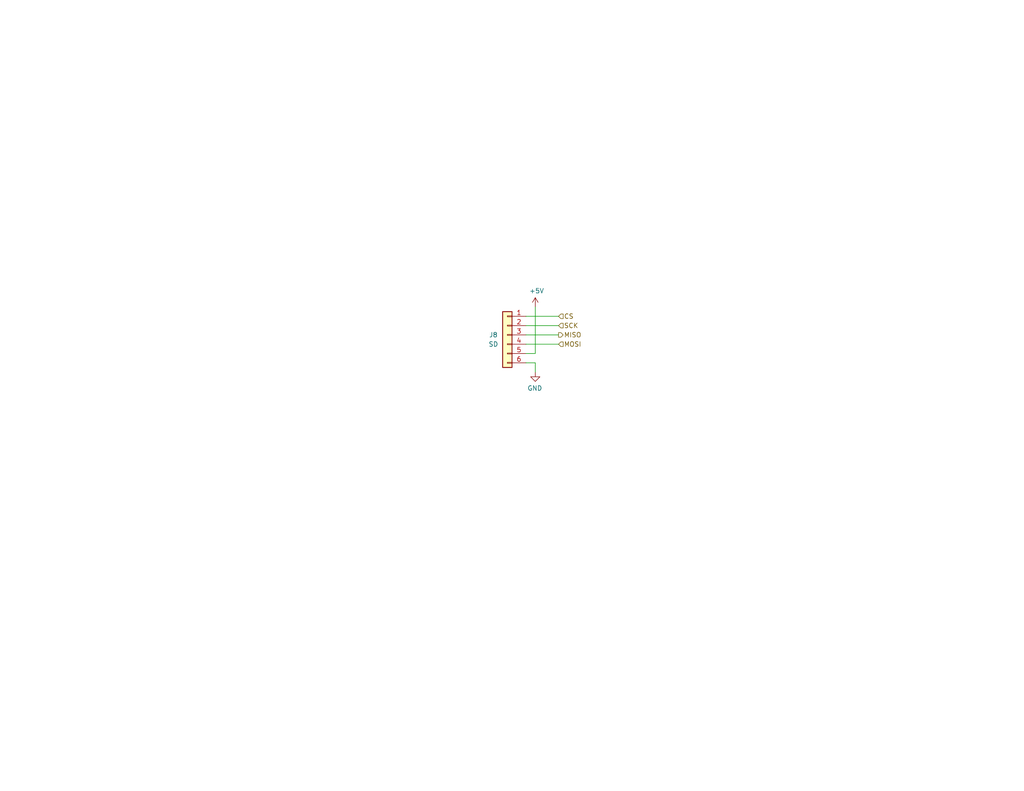
<source format=kicad_sch>
(kicad_sch (version 20211123) (generator eeschema)
  (paper "USLetter")
  (title_block (date "2021-01-22") (rev "3.0") (company "Cristóbal Cuevas Lagos") (comment 1 "Cristóbal Cuevas Lagos"))
  (lib_symbols
    (symbol "Connector_Generic:Conn_01x06" (pin_names (offset 1.016) hide)
      (property "Reference" "J" (at 0 7.62 0))
      (property "Value" "Conn_01x06" (at 0 -10.16 0))
      (symbol "Conn_01x06_1_1"
        (rectangle (start -1.27 -7.493) (end 0 -7.747) (stroke (width 0.1524)))
        (rectangle (start -1.27 -4.953) (end 0 -5.207) (stroke (width 0.1524)))
        (rectangle (start -1.27 -2.413) (end 0 -2.667) (stroke (width 0.1524)))
        (rectangle (start -1.27 0.127) (end 0 -0.127) (stroke (width 0.1524)))
        (rectangle (start -1.27 2.667) (end 0 2.413) (stroke (width 0.1524)))
        (rectangle (start -1.27 5.207) (end 0 4.953) (stroke (width 0.1524)))
        (rectangle (start -1.27 6.35) (end 1.27 -8.89) (stroke (width 0.254)) (fill (type background)))
        (pin passive line (at -5.08 5.08 0) (length 3.81) (name "Pin_1") (number "1"))
        (pin passive line (at -5.08 2.54 0) (length 3.81) (name "Pin_2") (number "2"))
        (pin passive line (at -5.08 0 0) (length 3.81) (name "Pin_3") (number "3"))
        (pin passive line (at -5.08 -2.54 0) (length 3.81) (name "Pin_4") (number "4"))
        (pin passive line (at -5.08 -5.08 0) (length 3.81) (name "Pin_5") (number "5"))
        (pin passive line (at -5.08 -7.62 0) (length 3.81) (name "Pin_6") (number "6"))
      )
    )
    (symbol "power:+5V" (power) (pin_names (offset 0))
      (property "Value" "+5V" (at 0 3.556 0))
      (symbol "+5V_0_1"
        (polyline (pts (xy -0.762 1.27) (xy 0 2.54)))
        (polyline (pts (xy 0 0) (xy 0 2.54)))
        (polyline (pts (xy 0 2.54) (xy 0.762 1.27)))
      )
      (symbol "+5V_1_1"
        (pin power_in line (at 0 0 90) (length 0) hide (name "+5V") (number "1"))
      )
    )
    (symbol "power:GND" (power) (pin_names (offset 0))
      (property "Value" "GND" (at 0 -3.81 0))
      (symbol "GND_0_1"
        (polyline (pts (xy 0 0) (xy 0 -1.27) (xy 1.27 -1.27) (xy 0 -2.54) (xy -1.27 -1.27) (xy 0 -1.27)))
      )
      (symbol "GND_1_1"
        (pin power_in line (at 0 0 270) (length 0) hide (name "GND") (number "1"))
      )
    )
  )
  (wire (pts (xy 143.51 99.06) (xy 146.05 99.06)))
  (wire (pts (xy 146.05 99.06) (xy 146.05 101.6)))
  (wire (pts (xy 146.05 96.52) (xy 146.05 83.82)))
  (wire (pts (xy 143.51 93.98) (xy 152.4 93.98)))
  (wire (pts (xy 143.51 88.9) (xy 152.4 88.9)))
  (wire (pts (xy 143.51 96.52) (xy 146.05 96.52)))
  (wire (pts (xy 143.51 86.36) (xy 152.4 86.36)))
  (wire (pts (xy 143.51 91.44) (xy 152.4 91.44)))
  (hierarchical_label "SCK" (shape input) (at 152.4 88.9 0))
  (hierarchical_label "MOSI" (shape input) (at 152.4 93.98 0))
  (hierarchical_label "MISO" (shape output) (at 152.4 91.44 0))
  (hierarchical_label "CS" (shape input) (at 152.4 86.36 0))
  (symbol (lib_id "Connector_Generic:Conn_01x06") (at 138.43 91.44 0) (mirror y) (unit 1)
    (property "Reference" "J8" (at 134.62 91.44 0))
    (property "Value" "SD" (at 134.62 93.98 0))
    (property "Footprint" "Connector_PinHeader_2.54mm:PinHeader_1x06_P2.54mm_Horizontal" (effects hide))
    (property "PartNumber" "2011-1X06G00SI032B" (effects hide))
  )
  (symbol (lib_id "power:GND") (at 146.05 101.6 0) (mirror y) (unit 1)
    (property "Reference" "#PWR018" (effects hide))
    (property "Value" "GND" (at 145.923 105.9942 0))
  )
  (symbol (lib_id "power:+5V") (at 146.05 83.82 0) (unit 1)
    (property "Reference" "#PWR017" (effects hide))
    (property "Value" "+5V" (at 146.431 79.4258 0))
  )
)
</source>
